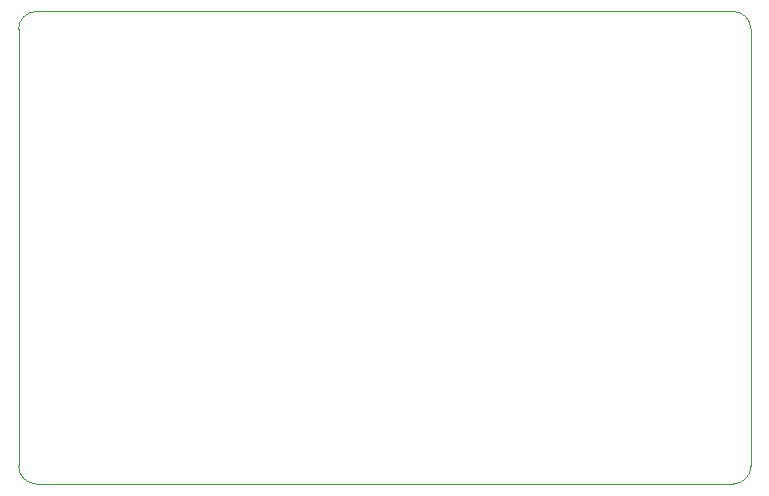
<source format=gm1>
G04 #@! TF.GenerationSoftware,KiCad,Pcbnew,(5.1.5)-3*
G04 #@! TF.CreationDate,2020-07-07T23:04:53+02:00*
G04 #@! TF.ProjectId,example,6578616d-706c-4652-9e6b-696361645f70,rev?*
G04 #@! TF.SameCoordinates,Original*
G04 #@! TF.FileFunction,Profile,NP*
%FSLAX46Y46*%
G04 Gerber Fmt 4.6, Leading zero omitted, Abs format (unit mm)*
G04 Created by KiCad (PCBNEW (5.1.5)-3) date 2020-07-07 23:04:53*
%MOMM*%
%LPD*%
G04 APERTURE LIST*
%ADD10C,0.050000*%
G04 APERTURE END LIST*
D10*
X140500000Y-86500000D02*
X140500000Y-87000000D01*
X140500000Y-50000000D02*
G75*
G02X142000000Y-48500000I1500000J0D01*
G01*
X142000000Y-88500000D02*
G75*
G02X140500000Y-87000000I0J1500000D01*
G01*
X202500000Y-87000000D02*
G75*
G02X201000000Y-88500000I-1500000J0D01*
G01*
X201000000Y-48500000D02*
G75*
G02X202500000Y-50000000I0J-1500000D01*
G01*
X201000000Y-48500000D02*
X156500000Y-48500000D01*
X202500000Y-87000000D02*
X202500000Y-50000000D01*
X142000000Y-88500000D02*
X201000000Y-88500000D01*
X140500000Y-50000000D02*
X140500000Y-86500000D01*
X156500000Y-48500000D02*
X142000000Y-48500000D01*
M02*

</source>
